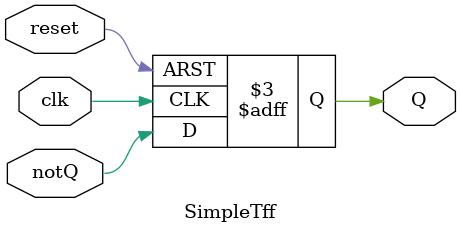
<source format=v>
`timescale 1ns/1ns
module SimpleTff(notQ,clk,reset,Q);
	
	input notQ,clk,reset;
	output Q;
	reg Q;
	
	always @(negedge reset or posedge clk)
	begin	
		if(!reset) Q<=1'b0;
		else Q<=notQ;
	end
	
endmodule
</source>
